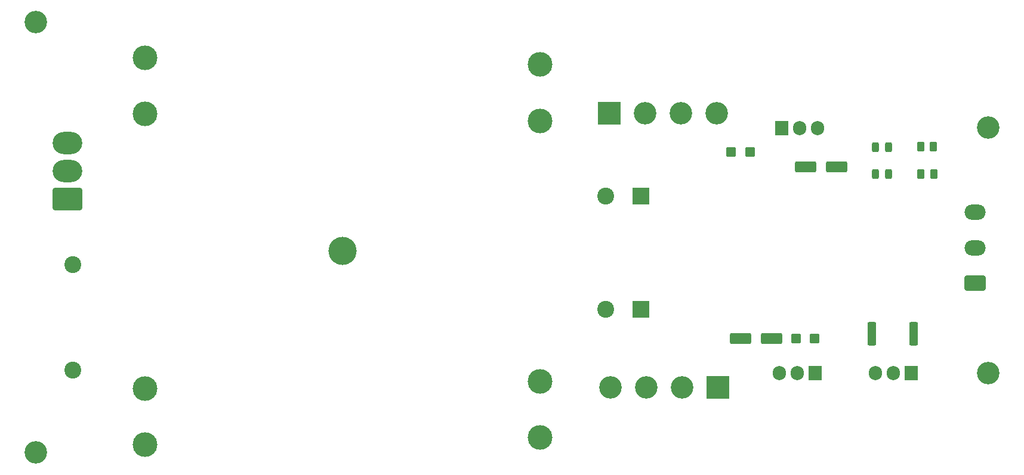
<source format=gbr>
%TF.GenerationSoftware,KiCad,Pcbnew,7.0.7*%
%TF.CreationDate,2023-08-27T17:08:45+10:00*%
%TF.ProjectId,PowerSupply,506f7765-7253-4757-9070-6c792e6b6963,rev?*%
%TF.SameCoordinates,Original*%
%TF.FileFunction,Soldermask,Top*%
%TF.FilePolarity,Negative*%
%FSLAX46Y46*%
G04 Gerber Fmt 4.6, Leading zero omitted, Abs format (unit mm)*
G04 Created by KiCad (PCBNEW 7.0.7) date 2023-08-27 17:08:45*
%MOMM*%
%LPD*%
G01*
G04 APERTURE LIST*
G04 Aperture macros list*
%AMRoundRect*
0 Rectangle with rounded corners*
0 $1 Rounding radius*
0 $2 $3 $4 $5 $6 $7 $8 $9 X,Y pos of 4 corners*
0 Add a 4 corners polygon primitive as box body*
4,1,4,$2,$3,$4,$5,$6,$7,$8,$9,$2,$3,0*
0 Add four circle primitives for the rounded corners*
1,1,$1+$1,$2,$3*
1,1,$1+$1,$4,$5*
1,1,$1+$1,$6,$7*
1,1,$1+$1,$8,$9*
0 Add four rect primitives between the rounded corners*
20,1,$1+$1,$2,$3,$4,$5,0*
20,1,$1+$1,$4,$5,$6,$7,0*
20,1,$1+$1,$6,$7,$8,$9,0*
20,1,$1+$1,$8,$9,$2,$3,0*%
G04 Aperture macros list end*
%ADD10C,3.200000*%
%ADD11R,1.905000X2.000000*%
%ADD12O,1.905000X2.000000*%
%ADD13RoundRect,0.250000X-0.262500X-0.450000X0.262500X-0.450000X0.262500X0.450000X-0.262500X0.450000X0*%
%ADD14R,2.400000X2.400000*%
%ADD15C,2.400000*%
%ADD16RoundRect,0.243750X0.243750X0.456250X-0.243750X0.456250X-0.243750X-0.456250X0.243750X-0.456250X0*%
%ADD17RoundRect,0.250000X-0.362500X-1.425000X0.362500X-1.425000X0.362500X1.425000X-0.362500X1.425000X0*%
%ADD18RoundRect,0.250000X-1.250000X-0.550000X1.250000X-0.550000X1.250000X0.550000X-1.250000X0.550000X0*%
%ADD19RoundRect,0.250000X1.250000X0.550000X-1.250000X0.550000X-1.250000X-0.550000X1.250000X-0.550000X0*%
%ADD20RoundRect,0.250000X0.450000X0.425000X-0.450000X0.425000X-0.450000X-0.425000X0.450000X-0.425000X0*%
%ADD21C,4.000000*%
%ADD22C,3.500000*%
%ADD23R,3.200000X3.200000*%
%ADD24RoundRect,0.250000X1.850000X-1.330000X1.850000X1.330000X-1.850000X1.330000X-1.850000X-1.330000X0*%
%ADD25O,4.200000X3.160000*%
%ADD26RoundRect,0.316092X1.183908X-0.783908X1.183908X0.783908X-1.183908X0.783908X-1.183908X-0.783908X0*%
%ADD27O,3.000000X2.200000*%
G04 APERTURE END LIST*
D10*
%TO.C,REF\u002A\u002A*%
X51840000Y-132710000D03*
%TD*%
%TO.C,REF\u002A\u002A*%
X186990000Y-86550000D03*
%TD*%
D11*
%TO.C,U2*%
X162430000Y-121460000D03*
D12*
X159890000Y-121460000D03*
X157350000Y-121460000D03*
%TD*%
D13*
%TO.C,R1*%
X177387500Y-89250000D03*
X179212500Y-89250000D03*
%TD*%
D14*
%TO.C,C5*%
X137720000Y-112350000D03*
D15*
X132720000Y-112350000D03*
%TD*%
D16*
%TO.C,D3*%
X172877500Y-93130000D03*
X171002500Y-93130000D03*
%TD*%
D17*
%TO.C,R2*%
X170497500Y-115850000D03*
X176422500Y-115850000D03*
%TD*%
D14*
%TO.C,C1*%
X137720000Y-96320000D03*
D15*
X132720000Y-96320000D03*
%TD*%
D11*
%TO.C,Q1*%
X176060000Y-121480000D03*
D12*
X173520000Y-121480000D03*
X170980000Y-121480000D03*
%TD*%
D18*
%TO.C,C7*%
X151830000Y-116520000D03*
X156230000Y-116520000D03*
%TD*%
D19*
%TO.C,C3*%
X165460000Y-92110000D03*
X161060000Y-92110000D03*
%TD*%
D20*
%TO.C,C6*%
X162380000Y-116500000D03*
X159680000Y-116500000D03*
%TD*%
D16*
%TO.C,D1*%
X172857500Y-89320000D03*
X170982500Y-89320000D03*
%TD*%
D13*
%TO.C,R3*%
X177407500Y-93130000D03*
X179232500Y-93130000D03*
%TD*%
D11*
%TO.C,U1*%
X157690000Y-86645000D03*
D12*
X160230000Y-86645000D03*
X162770000Y-86645000D03*
%TD*%
D10*
%TO.C,REF\u002A\u002A*%
X51830000Y-71610000D03*
%TD*%
D21*
%TO.C,TR1*%
X95375000Y-104125000D03*
D22*
X67375000Y-76625000D03*
X67375000Y-84625000D03*
X67375000Y-123625000D03*
X67375000Y-131625000D03*
X123375000Y-130625000D03*
X123375000Y-122625000D03*
X123375000Y-85625000D03*
X123375000Y-77625000D03*
%TD*%
D15*
%TO.C,C4*%
X57090000Y-105990000D03*
X57090000Y-120990000D03*
%TD*%
D23*
%TO.C,D2*%
X133250000Y-84560000D03*
D10*
X138330000Y-84560000D03*
X143410000Y-84560000D03*
X148490000Y-84560000D03*
%TD*%
D20*
%TO.C,C2*%
X153187500Y-90060000D03*
X150487500Y-90060000D03*
%TD*%
D24*
%TO.C,J2*%
X56370000Y-96680000D03*
D25*
X56370000Y-92720000D03*
X56370000Y-88760000D03*
%TD*%
D23*
%TO.C,D4*%
X148610000Y-123500000D03*
D10*
X143530000Y-123500000D03*
X138450000Y-123500000D03*
X133370000Y-123500000D03*
%TD*%
%TO.C,REF\u002A\u002A*%
X187000000Y-121460000D03*
%TD*%
D26*
%TO.C,J1*%
X185100000Y-108620000D03*
D27*
X185100000Y-103620000D03*
X185100000Y-98620000D03*
%TD*%
M02*

</source>
